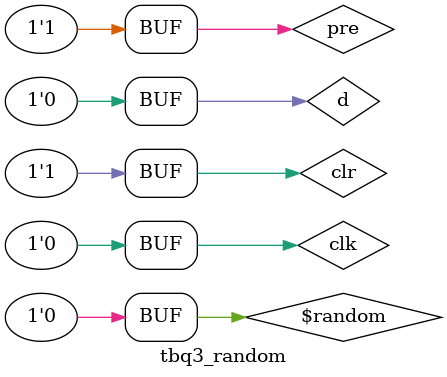
<source format=sv>
module tbq3_random();
    logic d = 0, clk = 0, pre = 1, clr = 1;
    wire Q, Qb;
    q3 d_flip_flop (d, clk, pre , clr, Q, Qb);
    initial repeat (15) #100 clk = ~clk;
    initial repeat (15) #150 d = $random;
endmodule
</source>
